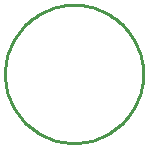
<source format=gbr>
G04 EAGLE Gerber RS-274X export*
G75*
%MOMM*%
%FSLAX34Y34*%
%LPD*%
%IN*%
%IPPOS*%
%AMOC8*
5,1,8,0,0,1.08239X$1,22.5*%
G01*
%ADD10C,0.254000*%


D10*
X58420Y-1043D02*
X58420Y1043D01*
X58346Y3127D01*
X58197Y5208D01*
X57974Y7282D01*
X57677Y9346D01*
X57307Y11399D01*
X56863Y13437D01*
X56347Y15458D01*
X55760Y17459D01*
X55101Y19439D01*
X54372Y21393D01*
X53574Y23320D01*
X52707Y25217D01*
X51774Y27082D01*
X50774Y28913D01*
X49710Y30707D01*
X48582Y32462D01*
X47393Y34175D01*
X46143Y35845D01*
X44834Y37469D01*
X43468Y39045D01*
X42047Y40572D01*
X40572Y42047D01*
X39045Y43468D01*
X37469Y44834D01*
X35845Y46143D01*
X34175Y47393D01*
X32462Y48582D01*
X30707Y49710D01*
X28913Y50774D01*
X27082Y51774D01*
X25217Y52707D01*
X23320Y53574D01*
X21393Y54372D01*
X19439Y55101D01*
X17459Y55760D01*
X15458Y56347D01*
X13437Y56863D01*
X11399Y57307D01*
X9346Y57677D01*
X7282Y57974D01*
X5208Y58197D01*
X3127Y58346D01*
X1043Y58420D01*
X-1043Y58420D01*
X-3127Y58346D01*
X-5208Y58197D01*
X-7282Y57974D01*
X-9346Y57677D01*
X-11399Y57307D01*
X-13437Y56863D01*
X-15458Y56347D01*
X-17459Y55760D01*
X-19439Y55101D01*
X-21393Y54372D01*
X-23320Y53574D01*
X-25217Y52707D01*
X-27082Y51774D01*
X-28913Y50774D01*
X-30707Y49710D01*
X-32462Y48582D01*
X-34175Y47393D01*
X-35845Y46143D01*
X-37469Y44834D01*
X-39045Y43468D01*
X-40572Y42047D01*
X-42047Y40572D01*
X-43468Y39045D01*
X-44834Y37469D01*
X-46143Y35845D01*
X-47393Y34175D01*
X-48582Y32462D01*
X-49710Y30707D01*
X-50774Y28913D01*
X-51774Y27082D01*
X-52707Y25217D01*
X-53574Y23320D01*
X-54372Y21393D01*
X-55101Y19439D01*
X-55760Y17459D01*
X-56347Y15458D01*
X-56863Y13437D01*
X-57307Y11399D01*
X-57677Y9346D01*
X-57974Y7282D01*
X-58197Y5208D01*
X-58346Y3127D01*
X-58420Y1043D01*
X-58420Y-1043D01*
X-58346Y-3127D01*
X-58197Y-5208D01*
X-57974Y-7282D01*
X-57677Y-9346D01*
X-57307Y-11399D01*
X-56863Y-13437D01*
X-56347Y-15458D01*
X-55760Y-17459D01*
X-55101Y-19439D01*
X-54372Y-21393D01*
X-53574Y-23320D01*
X-52707Y-25217D01*
X-51774Y-27082D01*
X-50774Y-28913D01*
X-49710Y-30707D01*
X-48582Y-32462D01*
X-47393Y-34175D01*
X-46143Y-35845D01*
X-44834Y-37469D01*
X-43468Y-39045D01*
X-42047Y-40572D01*
X-40572Y-42047D01*
X-39045Y-43468D01*
X-37469Y-44834D01*
X-35845Y-46143D01*
X-34175Y-47393D01*
X-32462Y-48582D01*
X-30707Y-49710D01*
X-28913Y-50774D01*
X-27082Y-51774D01*
X-25217Y-52707D01*
X-23320Y-53574D01*
X-21393Y-54372D01*
X-19439Y-55101D01*
X-17459Y-55760D01*
X-15458Y-56347D01*
X-13437Y-56863D01*
X-11399Y-57307D01*
X-9346Y-57677D01*
X-7282Y-57974D01*
X-5208Y-58197D01*
X-3127Y-58346D01*
X-1043Y-58420D01*
X1043Y-58420D01*
X3127Y-58346D01*
X5208Y-58197D01*
X7282Y-57974D01*
X9346Y-57677D01*
X11399Y-57307D01*
X13437Y-56863D01*
X15458Y-56347D01*
X17459Y-55760D01*
X19439Y-55101D01*
X21393Y-54372D01*
X23320Y-53574D01*
X25217Y-52707D01*
X27082Y-51774D01*
X28913Y-50774D01*
X30707Y-49710D01*
X32462Y-48582D01*
X34175Y-47393D01*
X35845Y-46143D01*
X37469Y-44834D01*
X39045Y-43468D01*
X40572Y-42047D01*
X42047Y-40572D01*
X43468Y-39045D01*
X44834Y-37469D01*
X46143Y-35845D01*
X47393Y-34175D01*
X48582Y-32462D01*
X49710Y-30707D01*
X50774Y-28913D01*
X51774Y-27082D01*
X52707Y-25217D01*
X53574Y-23320D01*
X54372Y-21393D01*
X55101Y-19439D01*
X55760Y-17459D01*
X56347Y-15458D01*
X56863Y-13437D01*
X57307Y-11399D01*
X57677Y-9346D01*
X57974Y-7282D01*
X58197Y-5208D01*
X58346Y-3127D01*
X58420Y-1043D01*
M02*

</source>
